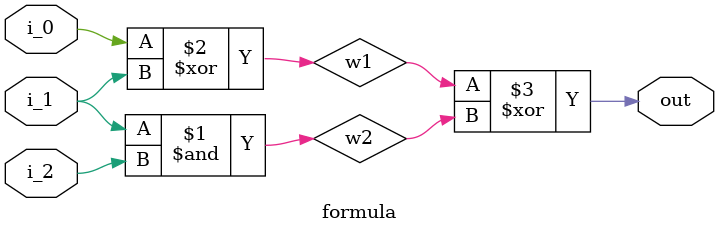
<source format=v>
module formula(i_0,i_1,i_2,out);
	input i_0 ,i_1 ,i_2;
	wire w1,w2;
	output out;
	assign w2 = (i_1 & i_2) ;
	assign w1 = (i_0 ^ i_1) ;
	assign out = (w1 ^ w2) ;
endmodule

</source>
